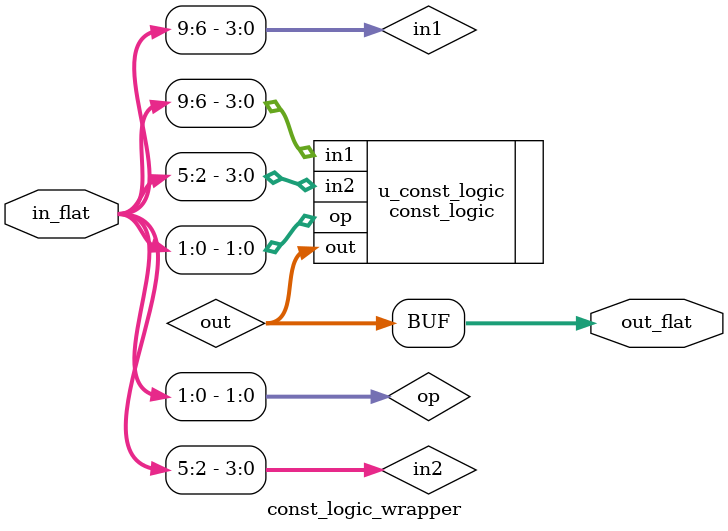
<source format=sv>

module const_logic_wrapper (
    input  wire [9:0] in_flat,
    output wire [3:0] out_flat
);

  // Slice `in_flat` into original inputs
  wire [3:0] in1 = in_flat[9:6];
  wire [3:0] in2 = in_flat[5:2];
  wire [1:0] op = in_flat[1:0];

  // Wires to capture original module outputs
  wire [3:0] out;

  // Instantiate the original module
  const_logic u_const_logic (
    .in1(in1),
    .in2(in2),
    .op(op),
    .out(out)
  );

  // Pack original outputs into `out_flat`
  assign out_flat[3:0] = out;

endmodule  // const_logic_wrapper
</source>
